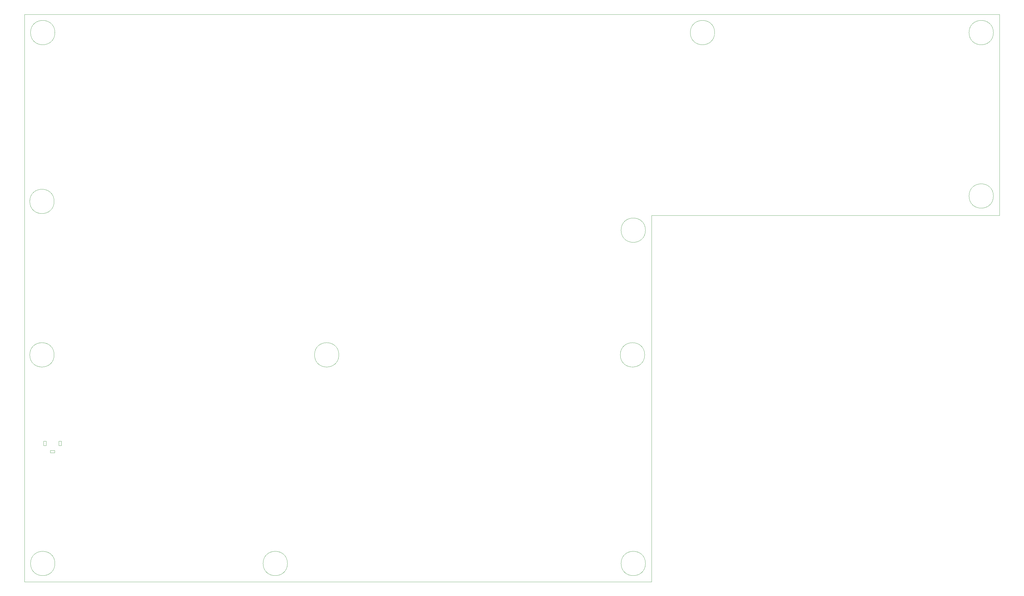
<source format=gbr>
G04 #@! TF.GenerationSoftware,KiCad,Pcbnew,(5.1.5-0)*
G04 #@! TF.CreationDate,2020-03-21T20:29:53+01:00*
G04 #@! TF.ProjectId,saufanlage,73617566-616e-46c6-9167-652e6b696361,v0.1*
G04 #@! TF.SameCoordinates,Original*
G04 #@! TF.FileFunction,Paste,Top*
G04 #@! TF.FilePolarity,Positive*
%FSLAX46Y46*%
G04 Gerber Fmt 4.6, Leading zero omitted, Abs format (unit mm)*
G04 Created by KiCad (PCBNEW (5.1.5-0)) date 2020-03-21 20:29:53*
%MOMM*%
%LPD*%
G04 APERTURE LIST*
%ADD10C,0.120000*%
%ADD11C,0.050000*%
%ADD12C,0.100000*%
G04 APERTURE END LIST*
D10*
X23970000Y-102108000D02*
G75*
G03X23970000Y-102108000I-4000000J0D01*
G01*
X240951000Y-46640000D02*
G75*
G03X240951000Y-46640000I-4000000J0D01*
G01*
X117507000Y-152527000D02*
G75*
G03X117507000Y-152527000I-4000000J0D01*
G01*
X100616000Y-221076000D02*
G75*
G03X100616000Y-221076000I-4000000J0D01*
G01*
X217964000Y-152527000D02*
G75*
G03X217964000Y-152527000I-4000000J0D01*
G01*
X23970000Y-152527000D02*
G75*
G03X23970000Y-152527000I-4000000J0D01*
G01*
X332518000Y-100330000D02*
G75*
G03X332518000Y-100330000I-4000000J0D01*
G01*
X218218000Y-111570000D02*
G75*
G03X218218000Y-111570000I-4000000J0D01*
G01*
X332518000Y-46640000D02*
G75*
G03X332518000Y-46640000I-4000000J0D01*
G01*
X218218000Y-221076000D02*
G75*
G03X218218000Y-221076000I-4000000J0D01*
G01*
X24224000Y-221076000D02*
G75*
G03X24224000Y-221076000I-4000000J0D01*
G01*
X24224000Y-46640000D02*
G75*
G03X24224000Y-46640000I-4000000J0D01*
G01*
D11*
X155956000Y-40640000D02*
X334518000Y-40640000D01*
X334518000Y-106680000D02*
X334518000Y-40640000D01*
X220218000Y-106680000D02*
X334518000Y-106680000D01*
X220218000Y-227076000D02*
X220218000Y-106680000D01*
X14224000Y-227076000D02*
X220218000Y-227076000D01*
X14224000Y-40640000D02*
X14224000Y-227076000D01*
X155956000Y-40640000D02*
X14224000Y-40640000D01*
D12*
X26308000Y-182360000D02*
X25508000Y-182360000D01*
X25508000Y-182360000D02*
X25508000Y-180860000D01*
X25508000Y-180860000D02*
X26308000Y-180860000D01*
X26308000Y-180860000D02*
X26308000Y-182360000D01*
X24158000Y-183910000D02*
X24158000Y-184710000D01*
X24158000Y-184710000D02*
X22658000Y-184710000D01*
X22658000Y-184710000D02*
X22658000Y-183910000D01*
X22658000Y-183910000D02*
X24158000Y-183910000D01*
X21308000Y-182360000D02*
X20508000Y-182360000D01*
X20508000Y-182360000D02*
X20508000Y-180860000D01*
X20508000Y-180860000D02*
X21308000Y-180860000D01*
X21308000Y-180860000D02*
X21308000Y-182360000D01*
M02*

</source>
